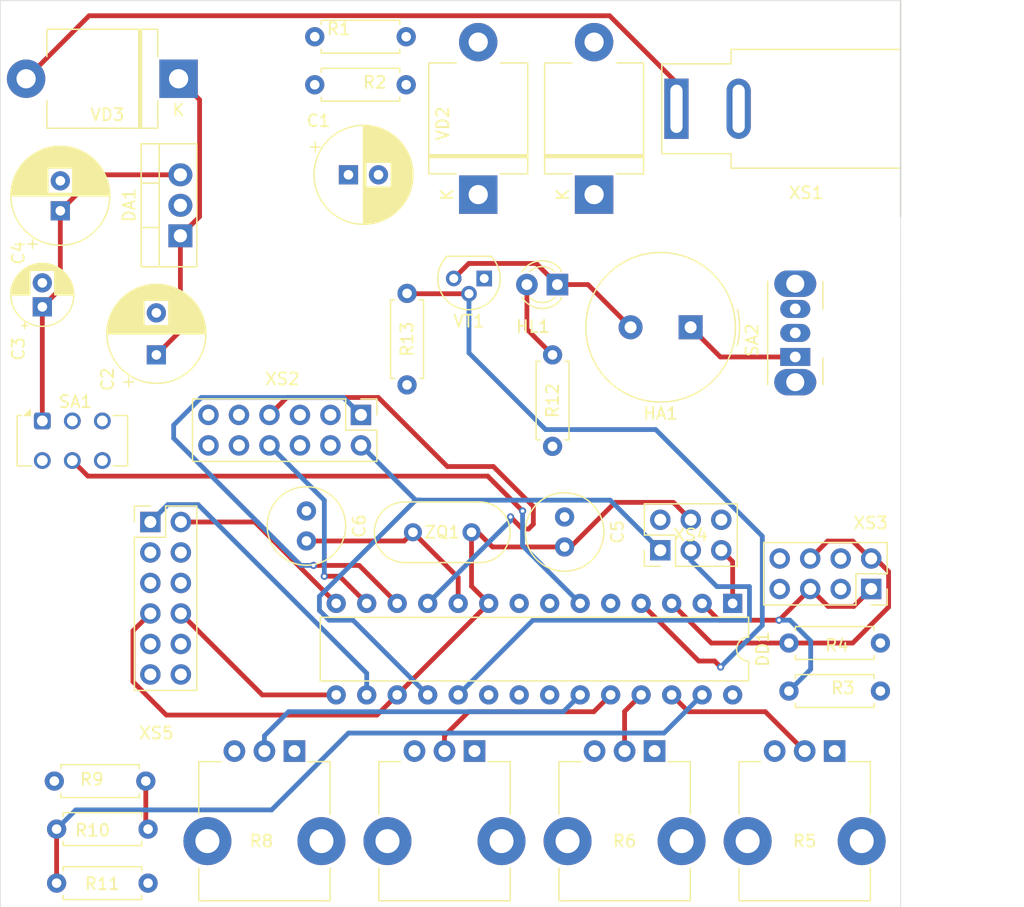
<source format=kicad_pcb>
(kicad_pcb (version 20240108) (generator "pcbnew") (generator_version "8.0")
  (layers (0 "F.Cu" signal) (31 "B.Cu" signal) (34 "B.Paste" user) (35 "F.Paste" user) (36 "B.SilkS" user "B.Silkscreen") (37 "F.SilkS" user "F.Silkscreen") (38 "B.Mask" user) (39 "F.Mask" user) (44 "Edge.Cuts" user))
  (net 0 "")
  (net 1 "GND")
  (net 2 "+2V5")
  (net 3 "Net-(DA1-IN)")
  (net 4 "Net-(DA1-OUT)")
  (net 5 "Net-(DD1-PB3)")
  (net 6 "Net-(DD1-XTAL2{slash}PB7)")
  (net 7 "Net-(DD1-~{RESET}{slash}PC6)")
  (net 8 "Net-(DD1-PD7)")
  (net 9 "Net-(DD1-PB4)")
  (net 10 "Net-(DD1-PD2)")
  (net 11 "Net-(DD1-PD1)")
  (net 12 "Net-(DD1-PC4)")
  (net 13 "Net-(DD1-PB1)")
  (net 15 "Net-(DD1-PB2)")
  (net 16 "Net-(DD1-PD6)")
  (net 17 "+5V")
  (net 18 "Net-(DD1-PD4)")
  (net 19 "Net-(DD1-PC3)")
  (net 20 "Net-(DD1-PD0)")
  (net 21 "Net-(DD1-PB0)")
  (net 22 "Net-(DD1-PD5)")
  (net 23 "Net-(DD1-PC0)")
  (net 24 "Net-(DD1-EPB5)")
  (net 26 "Net-(HA1--)")
  (net 27 "Net-(HA1-+)")
  (net 28 "Net-(HL1-A)")
  (net 29 "+BATT")
  (net 30 "Net-(R10-Pad2)")
  (net 32 "Net-(VD3-A)")
  (net 35 "Net-(DD1-PC2)")
  (net 36 "Net-(DD1-PC1)")
  (footprint "Resistor_THT:R_Axial_DIN0207_L6.3mm_D2.5mm_P7.62mm_Horizontal" (layer "F.Cu") (at 108.88 65.38 -90)
    (property "Reference" "R13" (at 3.81 0 90) (layer "F.SilkS"))
    (property "Value" "R")
    (pad "1" thru_hole circle (at 0 0 270) (size 1.6 1.6) (drill 0.8) (layers "*.Cu" "*.Mask") (net 10 "Net-(DD1-PD2)"))
    (pad "2" thru_hole oval (at 7.62 0 270) (size 1.6 1.6) (drill 0.8) (layers "*.Cu" "*.Mask") (net 1 "GND"))
  )
  (footprint "Capacitor_THT:CP_Radial_D8.0mm_P2.50mm" (layer "F.Cu") (at 104 55.5)
    (property "Reference" "C1" (at -2.5 -4.5 0) (layer "F.SilkS"))
    (property "Value" "C")
    (pad "1" thru_hole rect (at 0 0) (size 1.6 1.6) (drill 0.8) (layers "*.Cu" "*.Mask") (net 2 "+2V5"))
    (pad "2" thru_hole circle (at 2.5 0) (size 1.6 1.6) (drill 0.8) (layers "*.Cu" "*.Mask") (net 1 "GND"))
  )
  (footprint "Connector_PinHeader_2.54mm:PinHeader_2x06_P2.54mm_Vertical" (layer "F.Cu") (at 105.04 75.5 -90)
    (property "Reference" "XS2" (at -3 6.54 180) (layer "F.SilkS"))
    (property "Value" "CONN_12")
    (pad "1" thru_hole rect (at 0 0 270) (size 1.7 1.7) (drill 1) (layers "*.Cu" "*.Mask") (net 16 "Net-(DD1-PD6)"))
    (pad "2" thru_hole oval (at 2.54 0 270) (size 1.7 1.7) (drill 1) (layers "*.Cu" "*.Mask") (net 9 "Net-(DD1-PB4)"))
    (pad "3" thru_hole oval (at 0 2.54 270) (size 1.7 1.7) (drill 1) (layers "*.Cu" "*.Mask") (net 29 "+BATT"))
    (pad "4" thru_hole oval (at 2.54 2.54 270) (size 1.7 1.7) (drill 1) (layers "*.Cu" "*.Mask") (net 29 "+BATT"))
    (pad "5" thru_hole oval (at 0 5.08 270) (size 1.7 1.7) (drill 1) (layers "*.Cu" "*.Mask") (net 1 "GND"))
    (pad "6" thru_hole oval (at 2.54 5.08 270) (size 1.7 1.7) (drill 1) (layers "*.Cu" "*.Mask") (net 1 "GND"))
    (pad "7" thru_hole oval (at 0 7.62 270) (size 1.7 1.7) (drill 1) (layers "*.Cu" "*.Mask") (net 22 "Net-(DD1-PD5)"))
    (pad "8" thru_hole oval (at 2.54 7.62 270) (size 1.7 1.7) (drill 1) (layers "*.Cu" "*.Mask") (net 8 "Net-(DD1-PD7)"))
    (pad "9" thru_hole oval (at 0 10.16 270) (size 1.7 1.7) (drill 1) (layers "*.Cu" "*.Mask") (net 29 "+BATT"))
    (pad "10" thru_hole oval (at 2.54 10.16 270) (size 1.7 1.7) (drill 1) (layers "*.Cu" "*.Mask") (net 29 "+BATT"))
    (pad "11" thru_hole oval (at 0 12.7 270) (size 1.7 1.7) (drill 1) (layers "*.Cu" "*.Mask") (net 1 "GND"))
    (pad "12" thru_hole oval (at 2.54 12.7 270) (size 1.7 1.7) (drill 1) (layers "*.Cu" "*.Mask") (net 1 "GND"))
  )
  (footprint "Button_Switch_THT:SW_CK_JS202011CQN_DPDT_Straight" (layer "F.Cu") (at 78.5 76)
    (property "Reference" "SA1" (at 2.75 -1.6 360) (layer "F.SilkS"))
    (property "Value" "~")
    (pad "1" thru_hole roundrect (at 0 0) (size 1.4 1.4) (drill 0.9) (layers "*.Cu" "*.Mask") (roundrect_rratio 0.1785714286) (net 4 "Net-(DA1-OUT)"))
    (pad "2" thru_hole circle (at 2.5 0) (size 1.4 1.4) (drill 0.9) (layers "*.Cu" "*.Mask") (net 1 "GND"))
    (pad "3" thru_hole circle (at 5 0) (size 1.4 1.4) (drill 0.9) (layers "*.Cu" "*.Mask"))
    (pad "4" thru_hole circle (at 5 3.3) (size 1.4 1.4) (drill 0.9) (layers "*.Cu" "*.Mask") (net 29 "+BATT"))
    (pad "5" thru_hole circle (at 2.5 3.3) (size 1.4 1.4) (drill 0.9) (layers "*.Cu" "*.Mask") (net 18 "Net-(DD1-PD4)"))
    (pad "6" thru_hole circle (at 0 3.3) (size 1.4 1.4) (drill 0.9) (layers "*.Cu" "*.Mask"))
  )
  (footprint "Diode_THT:D_5KPW_P12.70mm_Horizontal" (layer "F.Cu") (at 124.46 57.15 90)
    (property "Reference" "VD1" (hide yes))
    (property "Value" "VD")
    (fp_text user "K" (at 0 -2.6 -90) (layer "F.SilkS"))
    (pad "1" thru_hole rect (at 0 0 90) (size 3.2 3.2) (drill 1.6) (layers "*.Cu" "*.Mask") (net 2 "+2V5"))
    (pad "2" thru_hole oval (at 12.7 0 90) (size 3.2 3.2) (drill 1.6) (layers "*.Cu" "*.Mask") (net 1 "GND"))
  )
  (footprint "Capacitor_THT:CP_Radial_D8.0mm_P3.50mm" (layer "F.Cu") (at 88 70.5 90)
    (property "Reference" "C2" (at -2.032 -4.064 270) (layer "F.SilkS"))
    (property "Value" "C")
    (pad "1" thru_hole rect (at 0 0 90) (size 1.6 1.6) (drill 0.8) (layers "*.Cu" "*.Mask") (net 3 "Net-(DA1-IN)"))
    (pad "2" thru_hole circle (at 3.5 0 90) (size 1.6 1.6) (drill 0.8) (layers "*.Cu" "*.Mask") (net 1 "GND"))
  )
  (footprint "Capacitor_THT:CP_Radial_D8.0mm_P2.50mm" (layer "F.Cu") (at 80 58.5 90)
    (property "Reference" "C4" (at -3.5 -3.5 270) (layer "F.SilkS"))
    (property "Value" "C")
    (pad "1" thru_hole rect (at 0 0 90) (size 1.6 1.6) (drill 0.8) (layers "*.Cu" "*.Mask") (net 4 "Net-(DA1-OUT)"))
    (pad "2" thru_hole circle (at 2.5 0 90) (size 1.6 1.6) (drill 0.8) (layers "*.Cu" "*.Mask") (net 1 "GND"))
  )
  (footprint "LED_THT:LED_D3.0mm" (layer "F.Cu") (at 121.404 64.644 180)
    (property "Reference" "HL1" (at 2.04 -3.5 180) (layer "F.SilkS"))
    (property "Value" "HL_LED")
    (pad "1" thru_hole rect (at 0 0 180) (size 1.8 1.8) (drill 0.9) (layers "*.Cu" "*.Mask") (net 26 "Net-(HA1--)"))
    (pad "2" thru_hole circle (at 2.54 0 180) (size 1.8 1.8) (drill 0.9) (layers "*.Cu" "*.Mask") (net 28 "Net-(HL1-A)"))
  )
  (footprint "Package_TO_SOT_THT:TO-92" (layer "F.Cu") (at 115.308 64.136 180)
    (property "Reference" "VT1" (at 1.27 -3.56 180) (layer "F.SilkS"))
    (property "Value" "2П7240")
    (pad "1" thru_hole rect (at 0 0 180) (size 1.3 1.3) (drill 0.75) (layers "*.Cu" "*.Mask") (net 1 "GND"))
    (pad "2" thru_hole circle (at 1.27 -1.27 180) (size 1.3 1.3) (drill 0.75) (layers "*.Cu" "*.Mask") (net 10 "Net-(DD1-PD2)"))
    (pad "3" thru_hole circle (at 2.54 0 180) (size 1.3 1.3) (drill 0.75) (layers "*.Cu" "*.Mask") (net 26 "Net-(HA1--)"))
  )
  (footprint "Package_DIP:DIP-28_W7.62mm" (layer "F.Cu") (at 136 91.2 -90)
    (property "Reference" "DD1" (at 3.8 -2.5 90) (layer "F.SilkS"))
    (property "Value" "ATmega328-P")
    (pad "1" thru_hole rect (at 0 0 270) (size 1.6 1.6) (drill 0.8) (layers "*.Cu" "*.Mask") (net 7 "Net-(DD1-~{RESET}{slash}PC6)"))
    (pad "2" thru_hole oval (at 0 2.54 270) (size 1.6 1.6) (drill 0.8) (layers "*.Cu" "*.Mask") (net 20 "Net-(DD1-PD0)"))
    (pad "3" thru_hole oval (at 0 5.08 270) (size 1.6 1.6) (drill 0.8) (layers "*.Cu" "*.Mask") (net 11 "Net-(DD1-PD1)"))
    (pad "4" thru_hole oval (at 0 7.62 270) (size 1.6 1.6) (drill 0.8) (layers "*.Cu" "*.Mask") (net 10 "Net-(DD1-PD2)"))
    (pad "5" thru_hole oval (at 0 10.16 270) (size 1.6 1.6) (drill 0.8) (layers "*.Cu" "*.Mask"))
    (pad "6" thru_hole oval (at 0 12.7 270) (size 1.6 1.6) (drill 0.8) (layers "*.Cu" "*.Mask") (net 18 "Net-(DD1-PD4)"))
    (pad "7" thru_hole oval (at 0 15.24 270) (size 1.6 1.6) (drill 0.8) (layers "*.Cu" "*.Mask") (net 17 "+5V"))
    (pad "8" thru_hole oval (at 0 17.78 270) (size 1.6 1.6) (drill 0.8) (layers "*.Cu" "*.Mask") (net 1 "GND"))
    (pad "9" thru_hole oval (at 0 20.32 270) (size 1.6 1.6) (drill 0.8) (layers "*.Cu" "*.Mask") (net 5 "Net-(DD1-PB3)"))
    (pad "10" thru_hole oval (at 0 22.86 270) (size 1.6 1.6) (drill 0.8) (layers "*.Cu" "*.Mask") (net 6 "Net-(DD1-XTAL2{slash}PB7)"))
    (pad "11" thru_hole oval (at 0 25.4 270) (size 1.6 1.6) (drill 0.8) (layers "*.Cu" "*.Mask") (net 22 "Net-(DD1-PD5)"))
    (pad "12" thru_hole oval (at 0 27.94 270) (size 1.6 1.6) (drill 0.8) (layers "*.Cu" "*.Mask") (net 16 "Net-(DD1-PD6)"))
    (pad "13" thru_hole oval (at 0 30.48 270) (size 1.6 1.6) (drill 0.8) (layers "*.Cu" "*.Mask") (net 8 "Net-(DD1-PD7)"))
    (pad "14" thru_hole oval (at 0 33.02 270) (size 1.6 1.6) (drill 0.8) (layers "*.Cu" "*.Mask") (net 21 "Net-(DD1-PB0)"))
    (pad "15" thru_hole oval (at 7.62 33.02 270) (size 1.6 1.6) (drill 0.8) (layers "*.Cu" "*.Mask") (net 13 "Net-(DD1-PB1)"))
    (pad "16" thru_hole oval (at 7.62 30.48 270) (size 1.6 1.6) (drill 0.8) (layers "*.Cu" "*.Mask") (net 15 "Net-(DD1-PB2)"))
    (pad "17" thru_hole oval (at 7.62 27.94 270) (size 1.6 1.6) (drill 0.8) (layers "*.Cu" "*.Mask") (net 5 "Net-(DD1-PB3)"))
    (pad "18" thru_hole oval (at 7.62 25.4 270) (size 1.6 1.6) (drill 0.8) (layers "*.Cu" "*.Mask") (net 9 "Net-(DD1-PB4)"))
    (pad "19" thru_hole oval (at 7.62 22.86 270) (size 1.6 1.6) (drill 0.8) (layers "*.Cu" "*.Mask") (net 24 "Net-(DD1-EPB5)"))
    (pad "20" thru_hole oval (at 7.62 20.32 270) (size 1.6 1.6) (drill 0.8) (layers "*.Cu" "*.Mask") (net 17 "+5V"))
    (pad "21" thru_hole oval (at 7.62 17.78 270) (size 1.6 1.6) (drill 0.8) (layers "*.Cu" "*.Mask") (net 2 "+2V5"))
    (pad "22" thru_hole oval (at 7.62 15.24 270) (size 1.6 1.6) (drill 0.8) (layers "*.Cu" "*.Mask") (net 1 "GND"))
    (pad "23" thru_hole oval (at 7.62 12.7 270) (size 1.6 1.6) (drill 0.8) (layers "*.Cu" "*.Mask") (net 23 "Net-(DD1-PC0)"))
    (pad "24" thru_hole oval (at 7.62 10.16 270) (size 1.6 1.6) (drill 0.8) (layers "*.Cu" "*.Mask") (net 36 "Net-(DD1-PC1)"))
    (pad "25" thru_hole oval (at 7.62 7.62 270) (size 1.6 1.6) (drill 0.8) (layers "*.Cu" "*.Mask") (net 35 "Net-(DD1-PC2)"))
    (pad "26" thru_hole oval (at 7.62 5.08 270) (size 1.6 1.6) (drill 0.8) (layers "*.Cu" "*.Mask") (net 19 "Net-(DD1-PC3)"))
    (pad "27" thru_hole oval (at 7.62 2.54 270) (size 1.6 1.6) (drill 0.8) (layers "*.Cu" "*.Mask") (net 12 "Net-(DD1-PC4)"))
    (pad "28" thru_hole oval (at 7.62 0 270) (size 1.6 1.6) (drill 0.8) (layers "*.Cu" "*.Mask"))
  )
  (footprint "Resistor_THT:R_Axial_DIN0207_L6.3mm_D2.5mm_P7.62mm_Horizontal" (layer "F.Cu") (at 101.19 48)
    (property "Reference" "R2" (at 4.999775 -0.2 0) (layer "F.SilkS"))
    (property "Value" "R")
    (pad "1" thru_hole circle (at 0 0) (size 1.6 1.6) (drill 0.8) (layers "*.Cu" "*.Mask") (net 17 "+5V"))
    (pad "2" thru_hole oval (at 7.62 0) (size 1.6 1.6) (drill 0.8) (layers "*.Cu" "*.Mask") (net 2 "+2V5"))
  )
  (footprint "Capacitor_THT:C_Radial_D6.3mm_H5.0mm_P2.50mm" (layer "F.Cu") (at 122 84 -90)
    (property "Reference" "C5" (at 1.25 -4.4 90) (layer "F.SilkS"))
    (property "Value" "C")
    (pad "1" thru_hole circle (at 0 0 270) (size 1.6 1.6) (drill 0.8) (layers "*.Cu" "*.Mask") (net 1 "GND"))
    (pad "2" thru_hole circle (at 2.5 0 270) (size 1.6 1.6) (drill 0.8) (layers "*.Cu" "*.Mask") (net 5 "Net-(DD1-PB3)"))
  )
  (footprint "Resistor_THT:R_Axial_DIN0207_L6.3mm_D2.5mm_P7.62mm_Horizontal" (layer "F.Cu") (at 140.69 94.5)
    (property "Reference" "R4" (at 3.999775 0.2 360) (layer "F.SilkS"))
    (property "Value" "R")
    (pad "1" thru_hole circle (at 0 0) (size 1.6 1.6) (drill 0.8) (layers "*.Cu" "*.Mask") (net 11 "Net-(DD1-PD1)"))
    (pad "2" thru_hole oval (at 7.62 0) (size 1.6 1.6) (drill 0.8) (layers "*.Cu" "*.Mask") (net 17 "+5V"))
  )
  (footprint "Potentiometer_THT:Potentiometer_TT_P0915N" (layer "F.Cu") (at 114.5 103.5 180)
    (property "Reference" "R7" (hide yes))
    (property "Value" "R_POT")
    (pad "" thru_hole oval (at -2.25 -7.5 180) (size 4 4) (drill 2) (layers "*.Cu" "*.Mask"))
    (pad "" thru_hole oval (at 7.25 -7.5 180) (size 4 4) (drill 2) (layers "*.Cu" "*.Mask"))
    (pad "1" thru_hole rect (at 0 0 180) (size 1.8 1.8) (drill 1) (layers "*.Cu" "*.Mask") (net 1 "GND"))
    (pad "2" thru_hole circle (at 2.5 0 180) (size 1.8 1.8) (drill 1) (layers "*.Cu" "*.Mask") (net 36 "Net-(DD1-PC1)"))
    (pad "3" thru_hole circle (at 5 0 180) (size 1.8 1.8) (drill 1) (layers "*.Cu" "*.Mask") (net 2 "+2V5"))
  )
  (footprint "Resistor_THT:R_Axial_DIN0207_L6.3mm_D2.5mm_P7.62mm_Horizontal" (layer "F.Cu") (at 79.69 114.5)
    (property "Reference" "R11" (at 3.81 0.05 360) (layer "F.SilkS"))
    (property "Value" "R")
    (pad "1" thru_hole circle (at 0 0) (size 1.6 1.6) (drill 0.8) (layers "*.Cu" "*.Mask") (net 12 "Net-(DD1-PC4)"))
    (pad "2" thru_hole oval (at 7.62 0) (size 1.6 1.6) (drill 0.8) (layers "*.Cu" "*.Mask") (net 1 "GND"))
  )
  (footprint "Resistor_THT:R_Axial_DIN0207_L6.3mm_D2.5mm_P7.62mm_Horizontal" (layer "F.Cu") (at 87.12 106 180)
    (property "Reference" "R9" (at 4.499775 0.15 180) (layer "F.SilkS"))
    (property "Value" "R")
    (pad "1" thru_hole circle (at 0 0 180) (size 1.6 1.6) (drill 0.8) (layers "*.Cu" "*.Mask") (net 30 "Net-(R10-Pad2)"))
    (pad "2" thru_hole oval (at 7.62 0 180) (size 1.6 1.6) (drill 0.8) (layers "*.Cu" "*.Mask") (net 29 "+BATT"))
  )
  (footprint "Potentiometer_THT:Potentiometer_TT_P0915N" (layer "F.Cu") (at 99.5 103.5 180)
    (property "Reference" "R8" (at 2.75 -7.5 180) (layer "F.SilkS"))
    (property "Value" "R_POT")
    (pad "" thru_hole oval (at -2.25 -7.5 180) (size 4 4) (drill 2) (layers "*.Cu" "*.Mask"))
    (pad "" thru_hole oval (at 7.25 -7.5 180) (size 4 4) (drill 2) (layers "*.Cu" "*.Mask"))
    (pad "1" thru_hole rect (at 0 0 180) (size 1.8 1.8) (drill 1) (layers "*.Cu" "*.Mask") (net 1 "GND"))
    (pad "2" thru_hole circle (at 2.5 0 180) (size 1.8 1.8) (drill 1) (layers "*.Cu" "*.Mask") (net 23 "Net-(DD1-PC0)"))
    (pad "3" thru_hole circle (at 5 0 180) (size 1.8 1.8) (drill 1) (layers "*.Cu" "*.Mask") (net 2 "+2V5"))
  )
  (footprint "Connector_PinSocket_2.54mm:PinSocket_2x04_P2.54mm_Vertical" (layer "F.Cu") (at 147.54 90 -90)
    (property "Reference" "XS3" (at -5.5 0.04 180) (layer "F.SilkS"))
    (property "Value" "CONN_8" (hide yes))
    (pad "1" thru_hole rect (at 0 0 270) (size 1.7 1.7) (drill 1) (layers "*.Cu" "*.Mask") (net 20 "Net-(DD1-PD0)"))
    (pad "2" thru_hole oval (at -2.54 0 270) (size 1.7 1.7) (drill 1) (layers "*.Cu" "*.Mask") (net 11 "Net-(DD1-PD1)"))
    (pad "3" thru_hole oval (at 0 2.54 270) (size 1.7 1.7) (drill 1) (layers "*.Cu" "*.Mask") (net 1 "GND"))
    (pad "4" thru_hole oval (at -2.54 2.54 270) (size 1.7 1.7) (drill 1) (layers "*.Cu" "*.Mask") (net 17 "+5V"))
    (pad "5" thru_hole oval (at 0 5.08 270) (size 1.7 1.7) (drill 1) (layers "*.Cu" "*.Mask") (net 20 "Net-(DD1-PD0)"))
    (pad "6" thru_hole oval (at -2.54 5.08 270) (size 1.7 1.7) (drill 1) (layers "*.Cu" "*.Mask") (net 11 "Net-(DD1-PD1)"))
    (pad "7" thru_hole oval (at 0 7.62 270) (size 1.7 1.7) (drill 1) (layers "*.Cu" "*.Mask") (net 17 "+5V"))
    (pad "8" thru_hole oval (at -2.54 7.62 270) (size 1.7 1.7) (drill 1) (layers "*.Cu" "*.Mask") (net 1 "GND"))
  )
  (footprint "Connector_BarrelJack:BarrelJack_SwitchcraftConxall_RAPC10U_Horizontal" (layer "F.Cu") (at 131.32 50 180)
    (property "Reference" "XS1" (at -10.8 -7 180) (layer "F.SilkS"))
    (property "Value" "CONN_2")
    (fp_line (start -18.67 -9) (end -18.67 9) (stroke (width 0.12)) (layer "Edge.Cuts"))
    (pad "1" thru_hole rect (at 0 0 180) (size 2.02 5.02) (drill oval 1.02 4.02) (layers "*.Cu" "*.Mask") (net 32 "Net-(VD3-A)"))
    (pad "2" thru_hole oval (at -5.18 0 180) (size 2.02 5.02) (drill oval 1.02 4.02) (layers "*.Cu" "*.Mask") (net 1 "GND"))
  )
  (footprint "Connector_PinHeader_2.54mm:PinHeader_2x06_P2.54mm_Vertical" (layer "F.Cu") (at 87.5 84.42)
    (property "Reference" "XS5" (at 0.5 17.58 0) (layer "F.SilkS"))
    (property "Value" "CONN_12")
    (pad "1" thru_hole rect (at 0 0) (size 1.7 1.7) (drill 1) (layers "*.Cu" "*.Mask") (net 15 "Net-(DD1-PB2)"))
    (pad "2" thru_hole oval (at 2.54 0) (size 1.7 1.7) (drill 1) (layers "*.Cu" "*.Mask") (net 21 "Net-(DD1-PB0)"))
    (pad "3" thru_hole oval (at 0 2.54) (size 1.7 1.7) (drill 1) (layers "*.Cu" "*.Mask") (net 29 "+BATT"))
    (pad "4" thru_hole oval (at 2.54 2.54) (size 1.7 1.7) (drill 1) (layers "*.Cu" "*.Mask") (net 29 "+BATT"))
    (pad "5" thru_hole oval (at 0 5.08) (size 1.7 1.7) (drill 1) (layers "*.Cu" "*.Mask") (net 1 "GND"))
    (pad "6" thru_hole oval (at 2.54 5.08) (size 1.7 1.7) (drill 1) (layers "*.Cu" "*.Mask") (net 1 "GND"))
    (pad "7" thru_hole oval (at 0 7.62) (size 1.7 1.7) (drill 1) (layers "*.Cu" "*.Mask") (net 5 "Net-(DD1-PB3)"))
    (pad "8" thru_hole oval (at 2.54 7.62) (size 1.7 1.7) (drill 1) (layers "*.Cu" "*.Mask") (net 13 "Net-(DD1-PB1)"))
    (pad "9" thru_hole oval (at 0 10.16) (size 1.7 1.7) (drill 1) (layers "*.Cu" "*.Mask") (net 29 "+BATT"))
    (pad "10" thru_hole oval (at 2.54 10.16) (size 1.7 1.7) (drill 1) (layers "*.Cu" "*.Mask") (net 29 "+BATT"))
    (pad "11" thru_hole oval (at 0 12.7) (size 1.7 1.7) (drill 1) (layers "*.Cu" "*.Mask") (net 1 "GND"))
    (pad "12" thru_hole oval (at 2.54 12.7) (size 1.7 1.7) (drill 1) (layers "*.Cu" "*.Mask") (net 1 "GND"))
  )
  (footprint "Crystal:Crystal_HC49-U_Vertical" (layer "F.Cu") (at 114.25 85.275 180)
    (property "Reference" "ZQ1" (at 2.44 0 180) (layer "F.SilkS"))
    (property "Value" "ZQ_CRYSTAL")
    (pad "1" thru_hole circle (at 0 0 180) (size 1.5 1.5) (drill 0.8) (layers "*.Cu" "*.Mask") (net 5 "Net-(DD1-PB3)"))
    (pad "2" thru_hole circle (at 4.88 0 180) (size 1.5 1.5) (drill 0.8) (layers "*.Cu" "*.Mask") (net 6 "Net-(DD1-XTAL2{slash}PB7)"))
  )
  (footprint "Potentiometer_THT:Potentiometer_TT_P0915N" (layer "F.Cu") (at 144.5 103.5 180)
    (property "Reference" "R5" (at 2.5 -7.5 180) (layer "F.SilkS"))
    (property "Value" "R_POT")
    (pad "" thru_hole oval (at -2.25 -7.5 180) (size 4 4) (drill 2) (layers "*.Cu" "*.Mask"))
    (pad "" thru_hole oval (at 7.25 -7.5 180) (size 4 4) (drill 2) (layers "*.Cu" "*.Mask"))
    (pad "1" thru_hole rect (at 0 0 180) (size 1.8 1.8) (drill 1) (layers "*.Cu" "*.Mask") (net 1 "GND"))
    (pad "2" thru_hole circle (at 2.5 0 180) (size 1.8 1.8) (drill 1) (layers "*.Cu" "*.Mask") (net 19 "Net-(DD1-PC3)"))
    (pad "3" thru_hole circle (at 5 0 180) (size 1.8 1.8) (drill 1) (layers "*.Cu" "*.Mask") (net 2 "+2V5"))
  )
  (footprint "Package_TO_SOT_THT:TO-220-3_Vertical" (layer "F.Cu") (at 90 60.58 90)
    (property "Reference" "DA1" (at 2.54 -4.27 270) (layer "F.SilkS"))
    (property "Value" "LM7805_TO220" (hide yes))
    (pad "1" thru_hole rect (at 0 0 90) (size 1.905 2) (drill 1.1) (layers "*.Cu" "*.Mask") (net 3 "Net-(DA1-IN)"))
    (pad "2" thru_hole oval (at 2.54 0 90) (size 1.905 2) (drill 1.1) (layers "*.Cu" "*.Mask") (net 1 "GND"))
    (pad "3" thru_hole oval (at 5.08 0 90) (size 1.905 2) (drill 1.1) (layers "*.Cu" "*.Mask") (net 4 "Net-(DA1-OUT)"))
  )
  (footprint "Button_Switch_THT:SW_Slide_SPDT_Angled_CK_OS102011MA1Q" (layer "F.Cu") (at 141.216 70.672 90)
    (property "Reference" "SA2" (at 1.4 -3.6 270) (layer "F.SilkS"))
    (property "Value" "SA_SPDT")
    (pad "" thru_hole oval (at -2.1 0 90) (size 2.2 3.5) (drill 1.5) (layers "*.Cu" "*.Mask"))
    (pad "" thru_hole oval (at 6.1 0 90) (size 2.2 3.5) (drill 1.5) (layers "*.Cu" "*.Mask"))
    (pad "1" thru_hole rect (at 0 0 90) (size 1.5 2.5) (drill 0.9) (layers "*.Cu" "*.Mask") (net 27 "Net-(HA1-+)"))
    (pad "2" thru_hole oval (at 2 0 90) (size 1.5 2.5) (drill 0.9) (layers "*.Cu" "*.Mask") (net 17 "+5V"))
    (pad "3" thru_hole oval (at 4 0 90) (size 1.5 2.5) (drill 0.9) (layers "*.Cu" "*.Mask"))
  )
  (footprint "Potentiometer_THT:Potentiometer_TT_P0915N" (layer "F.Cu") (at 129.5 103.5 180)
    (property "Reference" "R6" (at 2.5 -7.5 180) (layer "F.SilkS"))
    (property "Value" "R_POT")
    (pad "" thru_hole oval (at -2.25 -7.5 180) (size 4 4) (drill 2) (layers "*.Cu" "*.Mask"))
    (pad "" thru_hole oval (at 7.25 -7.5 180) (size 4 4) (drill 2) (layers "*.Cu" "*.Mask"))
    (pad "1" thru_hole rect (at 0 0 180) (size 1.8 1.8) (drill 1) (layers "*.Cu" "*.Mask") (net 1 "GND"))
    (pad "2" thru_hole circle (at 2.5 0 180) (size 1.8 1.8) (drill 1) (layers "*.Cu" "*.Mask") (net 35 "Net-(DD1-PC2)"))
    (pad "3" thru_hole circle (at 5 0 180) (size 1.8 1.8) (drill 1) (layers "*.Cu" "*.Mask") (net 2 "+2V5"))
  )
  (footprint "Capacitor_THT:C_Radial_D6.3mm_H5.0mm_P2.50mm" (layer "F.Cu") (at 100.5 83.5 -90)
    (property "Reference" "C6" (at 1.25 -4.4 90) (layer "F.SilkS"))
    (property "Value" "C")
    (pad "1" thru_hole circle (at 0 0 270) (size 1.6 1.6) (drill 0.8) (layers "*.Cu" "*.Mask") (net 1 "GND"))
    (pad "2" thru_hole circle (at 2.5 0 270) (size 1.6 1.6) (drill 0.8) (layers "*.Cu" "*.Mask") (net 6 "Net-(DD1-XTAL2{slash}PB7)"))
  )
  (footprint "Resistor_THT:R_Axial_DIN0207_L6.3mm_D2.5mm_P7.62mm_Horizontal" (layer "F.Cu") (at 121 70.5 -90)
    (property "Reference" "R12" (at 3.81 0 90) (layer "F.SilkS"))
    (property "Value" "R")
    (pad "1" thru_hole circle (at 0 0 270) (size 1.6 1.6) (drill 0.8) (layers "*.Cu" "*.Mask") (net 28 "Net-(HL1-A)"))
    (pad "2" thru_hole oval (at 7.62 0 270) (size 1.6 1.6) (drill 0.8) (layers "*.Cu" "*.Mask") (net 17 "+5V"))
  )
  (footprint "Capacitor_THT:CP_Radial_D5.0mm_P2.00mm" (layer "F.Cu") (at 78.5 66.5 90)
    (property "Reference" "C3" (at -3.5 -2 270) (layer "F.SilkS"))
    (property "Value" "C")
    (pad "1" thru_hole rect (at 0 0 90) (size 1.6 1.6) (drill 0.8) (layers "*.Cu" "*.Mask") (net 4 "Net-(DA1-OUT)"))
    (pad "2" thru_hole circle (at 2 0 90) (size 1.6 1.6) (drill 0.8) (layers "*.Cu" "*.Mask") (net 1 "GND"))
  )
  (footprint "Resistor_THT:R_Axial_DIN0207_L6.3mm_D2.5mm_P7.62mm_Horizontal" (layer "F.Cu") (at 79.69 110)
    (property "Reference" "R10" (at 2.999775 0.1 360) (layer "F.SilkS"))
    (property "Value" "R")
    (pad "1" thru_hole circle (at 0 0) (size 1.6 1.6) (drill 0.8) (layers "*.Cu" "*.Mask") (net 12 "Net-(DD1-PC4)"))
    (pad "2" thru_hole oval (at 7.62 0) (size 1.6 1.6) (drill 0.8) (layers "*.Cu" "*.Mask") (net 30 "Net-(R10-Pad2)"))
  )
  (footprint "Resistor_THT:R_Axial_DIN0207_L6.3mm_D2.5mm_P7.62mm_Horizontal" (layer "F.Cu") (at 101.19 44)
    (property "Reference" "R1" (at 1.999775 -0.65 0) (layer "F.SilkS"))
    (property "Value" "R")
    (pad "1" thru_hole circle (at 0 0) (size 1.6 1.6) (drill 0.8) (layers "*.Cu" "*.Mask") (net 29 "+BATT"))
    (pad "2" thru_hole oval (at 7.62 0) (size 1.6 1.6) (drill 0.8) (layers "*.Cu" "*.Mask") (net 17 "+5V"))
  )
  (footprint "Diode_THT:D_5KPW_P12.70mm_Horizontal" (layer "F.Cu") (at 89.85 47.5 180)
    (property "Reference" "VD3" (at 5.929775 -3 180) (layer "F.SilkS"))
    (property "Value" "VD_Schottky")
    (fp_text user "K" (at 0 -2.6 180) (layer "F.SilkS"))
    (pad "1" thru_hole rect (at 0 0 180) (size 3.2 3.2) (drill 1.6) (layers "*.Cu" "*.Mask") (net 3 "Net-(DA1-IN)"))
    (pad "2" thru_hole oval (at 12.7 0 180) (size 3.2 3.2) (drill 1.6) (layers "*.Cu" "*.Mask") (net 32 "Net-(VD3-A)"))
  )
  (footprint "Resistor_THT:R_Axial_DIN0207_L6.3mm_D2.5mm_P7.62mm_Horizontal" (layer "F.Cu") (at 140.69 98.5)
    (property "Reference" "R3" (at 4.499775 -0.25 360) (layer "F.SilkS"))
    (property "Value" "R")
    (pad "1" thru_hole circle (at 0 0) (size 1.6 1.6) (drill 0.8) (layers "*.Cu" "*.Mask") (net 20 "Net-(DD1-PD0)"))
    (pad "2" thru_hole oval (at 7.62 0) (size 1.6 1.6) (drill 0.8) (layers "*.Cu" "*.Mask") (net 17 "+5V"))
  )
  (footprint "Diode_THT:D_5KPW_P12.70mm_Horizontal" (layer "F.Cu") (at 114.808 57.15 90)
    (property "Reference" "VD2" (at 5.929775 -2.95 -90) (layer "F.SilkS"))
    (property "Value" "VD")
    (fp_text user "K" (at 0 -2.6 -90) (layer "F.SilkS"))
    (pad "1" thru_hole rect (at 0 0 90) (size 3.2 3.2) (drill 1.6) (layers "*.Cu" "*.Mask") (net 17 "+5V"))
    (pad "2" thru_hole oval (at 12.7 0 90) (size 3.2 3.2) (drill 1.6) (layers "*.Cu" "*.Mask") (net 1 "GND"))
  )
  (footprint "Connector_PinHeader_2.54mm:PinHeader_2x03_P2.54mm_Vertical" (layer "F.Cu") (at 129.975 86.775 90)
    (property "Reference" "XS4" (at 1.275 2.525 360) (layer "F.SilkS"))
    (property "Value" "CONN_6")
    (pad "1" thru_hole rect (at 0 0 90) (size 1.7 1.7) (drill 1) (layers "*.Cu" "*.Mask") (net 9 "Net-(DD1-PB4)"))
    (pad "2" thru_hole oval (at 2.54 0 90) (size 1.7 1.7) (drill 1) (layers "*.Cu" "*.Mask") (net 17 "+5V"))
    (pad "3" thru_hole oval (at 0 2.54 90) (size 1.7 1.7) (drill 1) (layers "*.Cu" "*.Mask") (net 24 "Net-(DD1-EPB5)"))
    (pad "4" thru_hole oval (at 2.54 2.54 90) (size 1.7 1.7) (drill 1) (layers "*.Cu" "*.Mask") (net 5 "Net-(DD1-PB3)"))
    (pad "5" thru_hole oval (at 0 5.08 90) (size 1.7 1.7) (drill 1) (layers "*.Cu" "*.Mask") (net 7 "Net-(DD1-~{RESET}{slash}PC6)"))
    (pad "6" thru_hole oval (at 2.54 5.08 90) (size 1.7 1.7) (drill 1) (layers "*.Cu" "*.Mask") (net 1 "GND"))
  )
  (footprint "Buzzer_Beeper:Buzzer_TDK_PS1240P02BT_D12.2mm_H6.5mm" (layer "F.Cu") (at 132.5 68.2 180)
    (property "Reference" "HA1" (at 2.5 -7.17 180) (layer "F.SilkS"))
    (property "Value" "Buzzer")
    (pad "1" thru_hole rect (at 0 0 180) (size 2 2) (drill 1) (layers "*.Cu" "*.Mask") (net 27 "Net-(HA1-+)"))
    (pad "2" thru_hole circle (at 5 0 180) (size 2 2) (drill 1) (layers "*.Cu" "*.Mask") (net 26 "Net-(HA1--)"))
  )
  (gr_line (start 75 41) (end 75 116) (stroke (width 0.05)) (layer "Edge.Cuts"))
  (gr_line (start 75 41) (end 149.99 41) (stroke (width 0.05)) (layer "Edge.Cuts"))
  (gr_line (start 75 116) (end 75 116.5) (stroke (width 0.05)) (layer "Edge.Cuts"))
  (gr_line (start 150 116.5) (end 75 116.5) (stroke (width 0.05)) (layer "Edge.Cuts"))
  (gr_line (start 150 116.5) (end 149.99 59) (stroke (width 0.05)) (layer "Edge.Cuts"))
  (segment (start 90 68.5) (end 88 70.5) (width 0.4) (layer "F.Cu") (net 3))
  (segment (start 91.6 49.25) (end 91.6 58.98) (width 0.4) (layer "F.Cu") (net 3))
  (segment (start 89.85 47.5) (end 91.6 49.25) (width 0.4) (layer "F.Cu") (net 3))
  (segment (start 91.6 58.98) (end 90 60.58) (width 0.4) (layer "F.Cu") (net 3))
  (segment (start 90 60.58) (end 90 68.5) (width 0.4) (layer "F.Cu") (net 3))
  (segment (start 83 55.5) (end 80 58.5) (width 0.4) (layer "F.Cu") (net 4))
  (segment (start 90 55.5) (end 83 55.5) (width 0.4) (layer "F.Cu") (net 4))
  (segment (start 80 65) (end 78.5 66.5) (width 0.4) (layer "F.Cu") (net 4))
  (segment (start 78.5 66.5) (end 78.5 76) (width 0.4) (layer "F.Cu") (net 4))
  (segment (start 80 58.5) (end 80 65) (width 0.4) (layer "F.Cu") (net 4))
  (segment (start 131.065 82.785) (end 132.515 84.235) (width 0.4) (layer "F.Cu") (net 5))
  (segment (start 87.5 92.04) (end 86.05 93.49) (width 0.4) (layer "F.Cu") (net 5))
  (segment (start 122.5 86.5) (end 126.215 82.785) (width 0.4) (layer "F.Cu") (net 5))
  (segment (start 122 86.5) (end 122.5 86.5) (width 0.4) (layer "F.Cu") (net 5))
  (segment (start 126.215 82.785) (end 131.065 82.785) (width 0.4) (layer "F.Cu") (net 5))
  (segment (start 114.25 89.77) (end 115.68 91.2) (width 0.4) (layer "F.Cu") (net 5))
  (segment (start 115.68 91.2) (end 108.06 98.82) (width 0.4) (layer "F.Cu") (net 5))
  (segment (start 86.05 97.72061) (end 88.82939 100.5) (width 0.4) (layer "F.Cu") (net 5))
  (segment (start 114.25 85.275) (end 114.775 85.275) (width 0.4) (layer "F.Cu") (net 5))
  (segment (start 114.775 85.275) (end 116 86.5) (width 0.4) (layer "F.Cu") (net 5))
  (segment (start 116 86.5) (end 122 86.5) (width 0.4) (layer "F.Cu") (net 5))
  (segment (start 88.82939 100.5) (end 106.38 100.5) (width 0.4) (layer "F.Cu") (net 5))
  (segment (start 106.38 100.5) (end 108.06 98.82) (width 0.4) (layer "F.Cu") (net 5))
  (segment (start 114.25 85.275) (end 114.25 89.77) (width 0.4) (layer "F.Cu") (net 5))
  (segment (start 86.05 93.49) (end 86.05 97.72061) (width 0.4) (layer "F.Cu") (net 5))
  (segment (start 108.645 86) (end 109.37 85.275) (width 0.4) (layer "F.Cu") (net 6))
  (segment (start 100.5 86) (end 108.645 86) (width 0.4) (layer "F.Cu") (net 6))
  (segment (start 113.14 89.045) (end 113.14 91.2) (width 0.4) (layer "F.Cu") (net 6))
  (segment (start 109.37 85.275) (end 113.14 89.045) (width 0.4) (layer "F.Cu") (net 6))
  (segment (start 136 87.72) (end 135.055 86.775) (width 0.4) (layer "F.Cu") (net 7))
  (segment (start 136 91.2) (end 136 87.72) (width 0.4) (layer "F.Cu") (net 7))
  (segment (start 105.52 91.2) (end 103.257257 88.937257) (width 0.4) (layer "F.Cu") (net 8))
  (segment (start 103.257257 88.937257) (end 101.990051 88.937257) (width 0.4) (layer "F.Cu") (net 8))
  (via (at 101.990051 88.937257) (size 0.6) (drill 0.3) (layers "F.Cu" "B.Cu") (net 8))
  (segment (start 101.990051 88.937257) (end 101.990051 82.610051) (width 0.4) (layer "B.Cu") (net 8))
  (segment (start 101.990051 82.610051) (end 97.42 78.04) (width 0.4) (layer "B.Cu") (net 8))
  (segment (start 125.8 82.6) (end 110 82.6) (width 0.4) (layer "B.Cu") (net 9))
  (segment (start 109.6 82.6) (end 105.04 78.04) (width 0.4) (layer "B.Cu") (net 9))
  (segment (start 101.58 90.620101) (end 109.600101 82.6) (width 0.4) (layer "B.Cu") (net 9))
  (segment (start 109.600101 82.6) (end 110 82.6) (width 0.4) (layer "B.Cu") (net 9))
  (segment (start 101.58 91.779899) (end 101.58 90.620101) (width 0.4) (layer "B.Cu") (net 9))
  (segment (start 129.975 86.775) (end 125.8 82.6) (width 0.4) (layer "B.Cu") (net 9))
  (segment (start 110 82.6) (end 109.6 82.6) (width 0.4) (layer "B.Cu") (net 9))
  (segment (start 110.6 98.82) (end 104.38 92.6) (width 0.4) (layer "B.Cu") (net 9))
  (segment (start 104.38 92.6) (end 102.400101 92.6) (width 0.4) (layer "B.Cu") (net 9))
  (segment (start 102.400101 92.6) (end 101.58 91.779899) (width 0.4) (layer "B.Cu") (net 9))
  (segment (start 108.906 65.406) (end 114.038 65.406) (width 0.4) (layer "F.Cu") (net 10))
  (segment (start 108.88 65.38) (end 108.906 65.406) (width 0.4) (layer "F.Cu") (net 10))
  (segment (start 133.18 96) (end 128.38 91.2) (width 0.4) (layer "F.Cu") (net 10))
  (segment (start 134.5 96) (end 133.18 96) (width 0.4) (layer "F.Cu") (net 10))
  (segment (start 135 96.5) (end 134.5 96) (width 0.4) (layer "F.Cu") (net 10))
  (via (at 135 96.5) (size 0.6) (drill 0.3) (layers "F.Cu" "B.Cu") (net 10))
  (segment (start 138.47 85.59939) (end 138.47 93.03) (width 0.4) (layer "B.Cu") (net 10))
  (segment (start 120.420101 76.72) (end 129.59061 76.72) (width 0.4) (layer "B.Cu") (net 10))
  (segment (start 138.47 93.03) (end 135 96.5) (width 0.4) (layer "B.Cu") (net 10))
  (segment (start 114.038 70.337899) (end 120.420101 76.72) (width 0.4) (layer "B.Cu") (net 10))
  (segment (start 114.038 65.406) (end 114.038 70.337899) (width 0.4) (layer "B.Cu") (net 10))
  (segment (start 129.59061 76.72) (end 138.47 85.59939) (width 0.4) (layer "B.Cu") (net 10))
  (segment (start 143.91 86.01) (end 142.46 87.46) (width 0.4) (layer "F.Cu") (net 11))
  (segment (start 148.99 88.55) (end 147.9 87.46) (width 0.4) (layer "F.Cu") (net 11))
  (segment (start 147.54 87.46) (end 147.46 87.46) (width 0.4) (layer "F.Cu") (net 11))
  (segment (start 134.22 94.5) (end 130.92 91.2) (width 0.4) (layer "F.Cu") (net 11))
  (segment (start 146 94.5) (end 148.99 91.51) (width 0.4) (layer "F.Cu") (net 11))
  (segment (start 147.46 87.46) (end 146.01 86.01) (width 0.4) (layer "F.Cu") (net 11))
  (segment (start 140.69 94.5) (end 134.22 94.5) (width 0.4) (layer "F.Cu") (net 11))
  (segment (start 148.99 91.51) (end 148.99 88.55) (width 0.4) (layer "F.Cu") (net 11))
  (segment (start 147.9 87.46) (end 147.54 87.46) (width 0.4) (layer "F.Cu") (net 11))
  (segment (start 140.69 94.5) (end 146 94.5) (width 0.4) (layer "F.Cu") (net 11))
  (segment (start 146.01 86.01) (end 143.91 86.01) (width 0.4) (layer "F.Cu") (net 11))
  (segment (start 79.69 114.5) (end 79.69 110) (width 0.4) (layer "F.Cu") (net 12))
  (segment (start 81.29 108.4) (end 79.69 110) (width 0.4) (layer "B.Cu") (net 12))
  (segment (start 130.28 102) (end 104 102) (width 0.4) (layer "B.Cu") (net 12))
  (segment (start 104 102) (end 97.6 108.4) (width 0.4) (layer "B.Cu") (net 12))
  (segment (start 133.46 98.82) (end 130.28 102) (width 0.4) (layer "B.Cu") (net 12))
  (segment (start 97.6 108.4) (end 81.29 108.4) (width 0.4) (layer "B.Cu") (net 12))
  (segment (start 96.82 98.82) (end 90.04 92.04) (width 0.4) (layer "F.Cu") (net 13))
  (segment (start 102.98 98.82) (end 96.82 98.82) (width 0.4) (layer "F.Cu") (net 13))
  (segment (start 91.47 82.97) (end 105.52 97.02) (width 0.4) (layer "B.Cu") (net 15))
  (segment (start 88.95 82.97) (end 91.47 82.97) (width 0.4) (layer "B.Cu") (net 15))
  (segment (start 105.52 97.02) (end 105.52 98.82) (width 0.4) (layer "B.Cu") (net 15))
  (segment (start 87.5 84.42) (end 88.95 82.97) (width 0.4) (layer "B.Cu") (net 15))
  (segment (start 104.897985 88.037985) (end 108.06 91.2) (width 0.4) (layer "F.Cu") (net 16))
  (segment (start 101.090779 88.037985) (end 104.897985 88.037985) (width 0.4) (layer "F.Cu") (net 16))
  (via (at 101.090779 88.037985) (size 0.6) (drill 0.3) (layers "F.Cu" "B.Cu") (net 16))
  (segment (start 89.43939 76.35) (end 89.43939 77.43939) (width 0.4) (layer "B.Cu") (net 16))
  (segment (start 105.04 75.5) (end 103.59 74.05) (width 0.4) (layer "B.Cu") (net 16))
  (segment (start 100.037985 88.037985) (end 101.090779 88.037985) (width 0.4) (layer "B.Cu") (net 16))
  (segment (start 89.43939 77.43939) (end 100.037985 88.037985) (width 0.4) (layer "B.Cu") (net 16))
  (segment (start 91.73939 74.05) (end 89.43939 76.35) (width 0.4) (layer "B.Cu") (net 16))
  (segment (start 103.59 74.05) (end 91.73939 74.05) (width 0.4) (layer "B.Cu") (net 16))
  (segment (start 115.6 80.6) (end 82.3 80.6) (width 0.4) (layer "F.Cu") (net 18))
  (segment (start 118.5 83.5) (end 115.6 80.6) (width 0.4) (layer "F.Cu") (net 18))
  (segment (start 82.3 80.6) (end 81 79.3) (width 0.4) (layer "F.Cu") (net 18))
  (via (at 118.5 83.5) (size 0.6) (drill 0.3) (layers "F.Cu" "B.Cu") (net 18))
  (segment (start 123.3 91.2) (end 118.5 86.4) (width 0.4) (layer "B.Cu") (net 18))
  (segment (start 118.5 86.4) (end 118.5 83.5) (width 0.4) (layer "B.Cu") (net 18))
  (segment (start 132.32 100.22) (end 138.72 100.22) (width 0.4) (layer "F.Cu") (net 19))
  (segment (start 130.92 98.82) (end 132.32 100.22) (width 0.4) (layer "F.Cu") (net 19))
  (segment (start 138.72 100.22) (end 142 103.5) (width 0.4) (layer "F.Cu") (net 19))
  (segment (start 142.46 90) (end 142.5 90) (width 0.4) (layer "F.Cu") (net 20))
  (segment (start 142.5 90) (end 143.95 91.45) (width 0.4) (layer "F.Cu") (net 20))
  (segment (start 146.09 91.45) (end 147.54 90) (width 0.4) (layer "F.Cu") (net 20))
  (segment (start 143.95 91.45) (end 146.09 91.45) (width 0.4) (layer "F.Cu") (net 20))
  (segment (start 139.86 92.6) (end 142.46 90) (width 0.4) (layer "F.Cu") (net 20))
  (segment (start 133.46 91.2) (end 134.86 92.6) (width 0.4) (layer "F.Cu") (net 20))
  (segment (start 134.86 92.6) (end 139.86 92.6) (width 0.4) (layer "F.Cu") (net 20))
  (via (at 139.86 92.6) (size 0.6) (drill 0.3) (layers "F.Cu" "B.Cu") (net 20))
  (segment (start 142.5 96.69) (end 140.69 98.5) (width 0.4) (layer "B.Cu") (net 20))
  (segment (start 139.86 92.6) (end 140.769899 92.6) (width 0.4) (layer "B.Cu") (net 20))
  (segment (start 140.769899 92.6) (end 142.5 94.330101) (width 0.4) (layer "B.Cu") (net 20))
  (segment (start 142.5 94.330101) (end 142.5 96.69) (width 0.4) (layer "B.Cu") (net 20))
  (segment (start 96.2 84.42) (end 102.98 91.2) (width 0.4) (layer "F.Cu") (net 21))
  (segment (start 90.04 84.42) (end 96.2 84.42) (width 0.4) (layer "F.Cu") (net 21))
  (segment (start 97.42 75.5) (end 98.87 74.05) (width 0.4) (layer "F.Cu") (net 22))
  (segment (start 119.4 84.6) (end 119 85) (width 0.4) (layer "F.Cu") (net 22))
  (segment (start 119 85) (end 118.5 85) (width 0.4) (layer "F.Cu") (net 22))
  (segment (start 98.87 74.05) (end 106.49 74.05) (width 0.4) (layer "F.Cu") (net 22))
  (segment (start 119.4 83.127207) (end 119.4 84.6) (width 0.4) (layer "F.Cu") (net 22))
  (segment (start 112.24 79.8) (end 116.072793 79.8) (width 0.4) (layer "F.Cu") (net 22))
  (segment (start 118.5 85) (end 117.5 84) (width 0.4) (layer "F.Cu") (net 22))
  (segment (start 116.072793 79.8) (end 119.4 83.127207) (width 0.4) (layer "F.Cu") (net 22))
  (segment (start 106.49 74.05) (end 112.24 79.8) (width 0.4) (layer "F.Cu") (net 22))
  (via (at 117.5 84) (size 0.6) (drill 0.3) (layers "F.Cu" "B.Cu") (net 22))
  (segment (start 117.5 84) (end 117.5 84.3) (width 0.4) (layer "B.Cu") (net 22))
  (segment (start 117.5 84.3) (end 110.6 91.2) (width 0.4) (layer "B.Cu") (net 22))
  (segment (start 99.007208 100.22) (end 121.9 100.22) (width 0.4) (layer "B.Cu") (net 23))
  (segment (start 121.9 100.22) (end 123.3 98.82) (width 0.4) (layer "B.Cu") (net 23))
  (segment (start 97 102.227208) (end 99.007208 100.22) (width 0.4) (layer "B.Cu") (net 23))
  (segment (start 97 103.5) (end 97 102.227208) (width 0.4) (layer "B.Cu") (net 23))
  (segment (start 134.689899 89.8) (end 137.4 89.8) (width 0.4) (layer "B.Cu") (net 24))
  (segment (start 137.4 89.8) (end 137.4 92.6) (width 0.4) (layer "B.Cu") (net 24))
  (segment (start 132.515 86.775) (end 132.515 87.625101) (width 0.4) (layer "B.Cu") (net 24))
  (segment (start 119.36 92.6) (end 113.14 98.82) (width 0.4) (layer "B.Cu") (net 24))
  (segment (start 132.515 87.625101) (end 134.689899 89.8) (width 0.4) (layer "B.Cu") (net 24))
  (segment (start 137.4 92.6) (end 119.36 92.6) (width 0.4) (layer "B.Cu") (net 24))
  (segment (start 121.404 64.644) (end 119.646 62.886) (width 0.4) (layer "F.Cu") (net 26))
  (segment (start 123.944 64.644) (end 121.404 64.644) (width 0.4) (layer "F.Cu") (net 26))
  (segment (start 114.018 62.886) (end 112.768 64.136) (width 0.4) (layer "F.Cu") (net 26))
  (segment (start 127.5 68.2) (end 123.944 64.644) (width 0.4) (layer "F.Cu") (net 26))
  (segment (start 119.646 62.886) (end 114.018 62.886) (width 0.4) (layer "F.Cu") (net 26))
  (segment (start 134.972 70.672) (end 141.216 70.672) (width 0.4) (layer "F.Cu") (net 27))
  (segment (start 132.5 68.2) (end 134.972 70.672) (width 0.4) (layer "F.Cu") (net 27))
  (segment (start 118.864 68.364) (end 121 70.5) (width 0.4) (layer "F.Cu") (net 28))
  (segment (start 118.864 64.644) (end 118.864 68.364) (width 0.4) (layer "F.Cu") (net 28))
  (segment (start 87.12 106) (end 87.12 109.81) (width 0.4) (layer "F.Cu") (net 30))
  (segment (start 87.12 109.81) (end 87.31 110) (width 0.4) (layer "F.Cu") (net 30))
  (segment (start 82.4 42.25) (end 125.75 42.25) (width 0.4) (layer "F.Cu") (net 32))
  (segment (start 77.15 47.5) (end 82.4 42.25) (width 0.4) (layer "F.Cu") (net 32))
  (segment (start 125.75 42.25) (end 131.32 47.82) (width 0.4) (layer "F.Cu") (net 32))
  (segment (start 131.32 47.82) (end 131.32 50) (width 0.4) (layer "F.Cu") (net 32))
  (segment (start 128.38 98.82) (end 127 100.2) (width 0.4) (layer "F.Cu") (net 35))
  (segment (start 127 100.2) (end 127 103.5) (width 0.4) (layer "F.Cu") (net 35))
  (segment (start 124.44 100.22) (end 125.84 98.82) (width 0.4) (layer "F.Cu") (net 36))
  (segment (start 112 103.5) (end 112 102.227208) (width 0.4) (layer "F.Cu") (net 36))
  (segment (start 112 102.227208) (end 114.007208 100.22) (width 0.4) (layer "F.Cu") (net 36))
  (segment (start 114.007208 100.22) (end 124.44 100.22) (width 0.4) (layer "F.Cu") (net 36))
)
</source>
